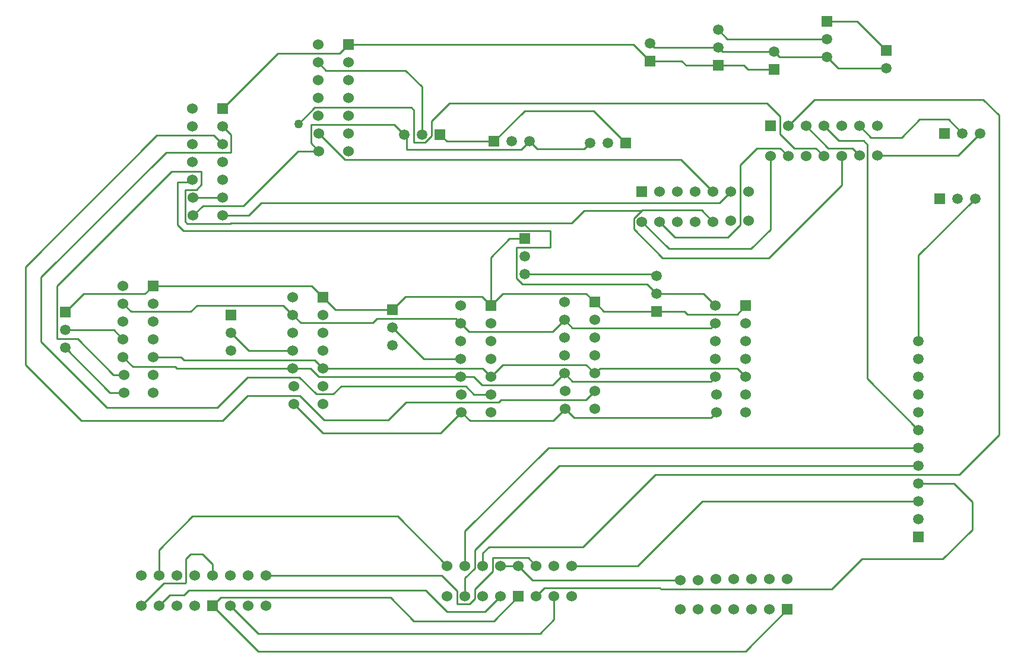
<source format=gbl>
G04*
G04 #@! TF.GenerationSoftware,Altium Limited,Altium Designer,18.0.7 (293)*
G04*
G04 Layer_Physical_Order=2*
G04 Layer_Color=16711680*
%FSLAX25Y25*%
%MOIN*%
G70*
G01*
G75*
%ADD11C,0.01000*%
%ADD19R,0.05906X0.05906*%
%ADD20C,0.05906*%
%ADD21C,0.06000*%
%ADD22R,0.06000X0.06000*%
%ADD23R,0.05906X0.05906*%
%ADD24R,0.06000X0.06000*%
%ADD25C,0.05000*%
D11*
X637796Y411758D02*
X654047D01*
X627690Y401651D02*
X637796Y411758D01*
X610391Y401651D02*
X627690D01*
X603948Y408094D02*
X610391Y401651D01*
X654047Y411758D02*
X661850Y403954D01*
X450454Y254194D02*
X455309Y259049D01*
X402894Y254194D02*
X450454D01*
X401500Y252800D02*
X402894Y254194D01*
X432160Y242400D02*
X438809Y249049D01*
X349343Y252800D02*
X401500D01*
X339385Y242842D02*
X349343Y252800D01*
X303438Y242842D02*
X339385D01*
X289780Y256500D02*
X303438Y242842D01*
X260470Y256500D02*
X289780D01*
X368779Y235618D02*
X380466Y247305D01*
X302650Y235618D02*
X368779D01*
X286336Y251932D02*
X302650Y235618D01*
X298214Y276554D02*
X302836Y271932D01*
X224686Y276554D02*
X298214D01*
X222911Y278329D02*
X224686Y276554D01*
X220668Y271932D02*
X285836D01*
X219771Y272829D02*
X220668Y271932D01*
X260516Y267000D02*
X289500D01*
X243410Y249894D02*
X260516Y267000D01*
X181506Y249894D02*
X243410D01*
X144553Y286847D02*
X181506Y249894D01*
X254985Y349300D02*
X430423D01*
Y339800D02*
Y349300D01*
X411477Y339800D02*
X430423D01*
X489121Y324770D02*
X489936Y323956D01*
X415930Y324770D02*
X489121D01*
X481760Y360560D02*
X481950Y360750D01*
X477300Y356100D02*
X481760Y360560D01*
X449560D02*
X481760D01*
X442500Y353500D02*
X449560Y360560D01*
X515434Y360750D02*
X521898Y354286D01*
X481950Y360750D02*
X515434D01*
X637194Y207343D02*
X656905D01*
X667291Y196957D01*
X650810Y164827D02*
X667291Y181308D01*
Y196957D01*
X605327Y164827D02*
X650810D01*
X435387Y217343D02*
X637194D01*
X388044Y170000D02*
X435387Y217343D01*
X429367Y227343D02*
X637194D01*
X382544Y180520D02*
X429367Y227343D01*
X382544Y160871D02*
Y180520D01*
X224635Y144499D02*
X227318Y147182D01*
X216744Y144499D02*
X224635D01*
X210777Y138532D02*
X216744Y144499D01*
X227318Y147182D02*
X360330D01*
X372291Y135221D01*
X245277Y143032D02*
X340676D01*
X240777Y138532D02*
X245277Y143032D01*
X340676D02*
X353723Y129985D01*
X250777Y138532D02*
X266348Y122961D01*
X240777Y138532D02*
X266345Y112964D01*
X492000Y148400D02*
X492400Y148000D01*
X588500D01*
X353723Y129985D02*
X398658D01*
X412544Y143871D01*
X432544Y130821D02*
Y143871D01*
X424684Y122961D02*
X432544Y130821D01*
X266348Y122961D02*
X424684D01*
X539932Y112964D02*
X563339Y136371D01*
X266345Y112964D02*
X539932D01*
X240777Y155532D02*
Y161822D01*
X234966Y167633D02*
X240777Y161822D01*
X228439Y167633D02*
X234966D01*
X225800Y164994D02*
X228439Y167633D01*
X479419Y160871D02*
X515891Y197343D01*
X442544Y160871D02*
X479419D01*
X515891Y197343D02*
X637194D01*
X682369Y234669D02*
Y414084D01*
X673443Y423011D02*
X682369Y414084D01*
X578865Y423011D02*
X673443D01*
X563948Y408094D02*
X578865Y423011D01*
X660000Y212300D02*
X682369Y234669D01*
X144553Y323228D02*
X214625Y393300D01*
X144553Y286847D02*
Y323228D01*
X214625Y393300D02*
X250900D01*
X246349Y242379D02*
X260470Y256500D01*
X167128Y242379D02*
X246349D01*
X135595Y273912D02*
X167128Y242379D01*
X135595Y273912D02*
Y328995D01*
X209500Y402900D01*
X288900Y409300D02*
X298000Y418400D01*
X438309Y269049D02*
X442858Y264500D01*
X520636D01*
X523201Y267064D01*
X379966Y267305D02*
X387495D01*
X392200Y262600D01*
X431860D01*
X438309Y269049D01*
X438809Y249049D02*
X443758Y244100D01*
X520736D01*
X523701Y247064D01*
X380466Y247305D02*
X385371Y242400D01*
X432160D01*
X157996Y283461D02*
X183129Y258329D01*
X190923D01*
X488724Y452079D02*
X524626D01*
X486235Y454567D02*
X488724Y452079D01*
X592143Y440417D02*
X619118D01*
X585680Y446880D02*
X592143Y440417D01*
X526938Y449766D02*
X556078D01*
X524626Y452079D02*
X526938Y449766D01*
X558964Y446880D02*
X585680D01*
X556078Y449766D02*
X558964Y446880D01*
X311965Y448900D02*
X316954Y453889D01*
X277376Y448900D02*
X311965D01*
X246335Y417860D02*
X277376Y448900D01*
X489936Y303956D02*
X505600D01*
X507456Y302100D01*
X535236D01*
X540201Y307064D01*
X460402Y303956D02*
X489936D01*
X455309Y309049D02*
X460402Y303956D01*
X450358Y314000D02*
X455309Y309049D01*
X403661Y314000D02*
X450358D01*
X396966Y307305D02*
X403661Y314000D01*
X391971Y312300D02*
X396966Y307305D01*
X349146Y312300D02*
X391971D01*
X341749Y304902D02*
X349146Y312300D01*
X309866Y304902D02*
X341749D01*
X302836Y311932D02*
X309866Y304902D01*
X529825Y456880D02*
X585680D01*
X524626Y462079D02*
X529825Y456880D01*
X157996Y293461D02*
X185290D01*
X190423Y288329D01*
X261042Y281932D02*
X285836D01*
X250953Y292020D02*
X261042Y281932D01*
X489936Y313956D02*
X516309D01*
X523201Y307064D01*
X280418Y307350D02*
X285836Y301932D01*
X231950Y307350D02*
X280418D01*
X228400Y303800D02*
X231950Y307350D01*
X194952Y303800D02*
X228400D01*
X190423Y308329D02*
X194952Y303800D01*
X438309Y299049D02*
X442858Y294500D01*
X520636D01*
X523201Y297064D01*
X392339Y271932D02*
X396966Y267305D01*
X302836Y271932D02*
X392339D01*
X535265Y272000D02*
X540201Y267064D01*
X458260Y272000D02*
X535265D01*
X455309Y269049D02*
X458260Y272000D01*
X450358Y274000D02*
X455309Y269049D01*
X403661Y274000D02*
X450358D01*
X396966Y267305D02*
X403661Y274000D01*
X270777Y155532D02*
X369368D01*
X378000Y146900D01*
Y139371D02*
Y146900D01*
Y139371D02*
X385000D01*
X388000Y142371D01*
Y147800D01*
X398000Y157800D01*
Y165400D01*
X418015D01*
X422544Y160871D01*
X372291Y135221D02*
X393894D01*
X402544Y143871D01*
X298000Y418400D02*
X352296D01*
X353896Y416800D01*
Y398900D02*
Y416800D01*
Y398900D02*
X360200D01*
X363800Y402500D01*
Y411000D01*
X373600Y420800D01*
X552200D01*
X559400Y413600D01*
Y403600D02*
Y413600D01*
Y403600D02*
X567400Y395600D01*
X579442D01*
X583948Y391094D01*
X382544Y143871D02*
Y154100D01*
X388044Y159600D01*
Y170000D01*
X392544Y160871D02*
Y168100D01*
X396044Y171600D01*
X448800D01*
X489500Y212300D01*
X660000D01*
X250940Y353500D02*
X442500D01*
X250800Y353360D02*
X250940Y353500D01*
X226476Y353360D02*
X250800D01*
X225335Y354500D02*
X226476Y353360D01*
X225335Y354500D02*
Y372360D01*
X231594D01*
X234400Y375165D01*
Y382400D01*
X217700D02*
X234400D01*
X153500Y318200D02*
X217700Y382400D01*
X153500Y288500D02*
Y318200D01*
Y288500D02*
X165000D01*
X185171Y268329D01*
X190923D01*
X583948Y408094D02*
X592298Y399744D01*
X606253D01*
X608500Y397497D01*
Y266037D02*
Y397497D01*
Y266037D02*
X637194Y237343D01*
X573948Y408094D02*
X586448Y395594D01*
X599948D01*
X603948Y391594D01*
X246335Y357860D02*
X261060D01*
X268100Y364900D01*
X525512D01*
X531898Y371286D01*
X637194Y287343D02*
Y335482D01*
X669000Y367289D01*
X503884Y389300D02*
X521898Y371286D01*
X315043Y389300D02*
X503884D01*
X300454Y403889D02*
X315043Y389300D01*
X477300Y350100D02*
Y356100D01*
Y350100D02*
X493446Y333954D01*
X552954D01*
X593948Y374948D01*
Y391094D01*
X210777Y155532D02*
Y170000D01*
X229553Y188777D01*
X344638D01*
X372544Y160871D01*
X372312Y399389D02*
X398764D01*
X368349Y403352D02*
X372312Y399389D01*
X295900Y398443D02*
X300454Y393889D01*
X295900Y398443D02*
Y408900D01*
X342801D01*
X348349Y403352D01*
X349747Y401955D01*
Y400640D02*
Y401955D01*
X349746Y400640D02*
X349747D01*
X349746Y394750D02*
Y400640D01*
Y394750D02*
X414125D01*
X418764Y399389D01*
X285836Y271932D02*
X295654D01*
X300281Y267305D01*
X379966D01*
X195923Y272829D02*
X219771D01*
X190423Y278329D02*
X195923Y272829D01*
X241295Y402900D02*
X246335Y397860D01*
X209500Y402900D02*
X241295D01*
X387500Y257305D02*
X396966D01*
X382905Y261900D02*
X387500Y257305D01*
X313000Y261900D02*
X382905D01*
X308532Y257432D02*
X313000Y261900D01*
X299068Y257432D02*
X308532D01*
X289500Y267000D02*
X299068Y257432D01*
X250900Y393300D02*
Y403295D01*
X246335Y407860D02*
X250900Y403295D01*
X476913Y453889D02*
X486235Y444567D01*
X316954Y453889D02*
X476913D01*
X398764Y399389D02*
X415975Y416600D01*
X454878D01*
X472809Y398669D01*
X559442Y395600D02*
X563948Y391094D01*
X546400Y395600D02*
X559442D01*
X536900Y386100D02*
X546400Y395600D01*
X536900Y352536D02*
Y386100D01*
X530000Y345636D02*
X536900Y352536D01*
X500548Y345636D02*
X530000D01*
X491898Y354286D02*
X500548Y345636D01*
X379966Y297305D02*
X384871Y292400D01*
X431660D01*
X438309Y299049D01*
X407562Y344770D02*
X415930D01*
X396966Y334174D02*
X407562Y344770D01*
X396966Y307305D02*
Y334174D01*
X229835Y357860D02*
X235276Y363300D01*
X258200D01*
X288789Y393889D01*
X300454D01*
X227985Y376509D02*
X229335Y377860D01*
X221186Y376509D02*
X227985D01*
X221186Y352500D02*
Y376509D01*
Y352500D02*
X224508Y349177D01*
X254862D01*
X254985Y349300D01*
X411477Y322500D02*
Y339800D01*
Y322500D02*
X414677Y319300D01*
X484592D01*
X489936Y313956D01*
X553948Y350000D02*
Y391094D01*
X543048Y339100D02*
X553948Y350000D01*
X497084Y339100D02*
X543048D01*
X481898Y354286D02*
X497084Y339100D01*
X359346Y277305D02*
X379966D01*
X341749Y294902D02*
X359346Y277305D01*
X588500Y148000D02*
X605327Y164827D01*
X427073Y148400D02*
X492000D01*
X422544Y143871D02*
X427073Y148400D01*
X285836Y301932D02*
X290368Y297400D01*
X330600D01*
X333100Y299900D01*
X377371D01*
X379966Y297305D01*
X412544Y160871D02*
X420544Y152871D01*
X503339D01*
X207423Y318329D02*
X296439D01*
X302836Y311932D01*
X299954Y443889D02*
X304543Y439300D01*
X349100D01*
X358349Y430051D01*
Y403352D02*
Y430051D01*
X585680Y466880D02*
X602655D01*
X619118Y450417D01*
X200777Y138532D02*
X213277Y151032D01*
X225300D01*
X225800Y151532D01*
Y164994D01*
X202894Y313800D02*
X207423Y318329D01*
X168335Y313800D02*
X202894D01*
X157996Y303461D02*
X168335Y313800D01*
X659490Y391594D02*
X671850Y403954D01*
X613948Y391594D02*
X659490D01*
X207423Y278329D02*
X222911D01*
X449380Y395240D02*
X452809Y398669D01*
X422914Y395240D02*
X449380D01*
X418764Y399389D02*
X422914Y395240D01*
X402544Y160871D02*
X412544D01*
X506588Y442079D02*
X524626D01*
X504100Y444567D02*
X506588Y442079D01*
X486235Y444567D02*
X504100D01*
X541413Y439766D02*
X556078D01*
X539100Y442079D02*
X541413Y439766D01*
X524626Y442079D02*
X539100D01*
X229835Y367860D02*
X246335D01*
D19*
X486235Y444567D02*
D03*
X489936Y303956D02*
D03*
X637194Y177343D02*
D03*
X585680Y466880D02*
D03*
X556078Y439766D02*
D03*
X524626Y442079D02*
D03*
X619118Y450417D02*
D03*
X415930Y344770D02*
D03*
X341749Y304902D02*
D03*
X250953Y302020D02*
D03*
X157996Y303461D02*
D03*
D20*
X486235Y454567D02*
D03*
X489936Y323956D02*
D03*
Y313956D02*
D03*
X637194Y287343D02*
D03*
Y277343D02*
D03*
Y267343D02*
D03*
Y257343D02*
D03*
Y247343D02*
D03*
Y237343D02*
D03*
Y227343D02*
D03*
Y217343D02*
D03*
Y207343D02*
D03*
Y197343D02*
D03*
Y187343D02*
D03*
X659000Y367289D02*
D03*
X669000D02*
D03*
X661850Y403954D02*
D03*
X671850D02*
D03*
X452809Y398669D02*
D03*
X462809D02*
D03*
X585680Y456880D02*
D03*
Y446880D02*
D03*
X556078Y449766D02*
D03*
X524626Y462079D02*
D03*
Y452079D02*
D03*
X619118Y440417D02*
D03*
X408764Y399389D02*
D03*
X418764D02*
D03*
X358349Y403352D02*
D03*
X348349D02*
D03*
X415930Y334770D02*
D03*
Y324770D02*
D03*
X341749Y294902D02*
D03*
Y284902D02*
D03*
X250953Y292020D02*
D03*
Y282020D02*
D03*
X157996Y293461D02*
D03*
Y283461D02*
D03*
D21*
X300454Y393889D02*
D03*
Y403889D02*
D03*
X299954Y413889D02*
D03*
Y423889D02*
D03*
Y433889D02*
D03*
Y443889D02*
D03*
Y453889D02*
D03*
X316954Y443889D02*
D03*
Y433889D02*
D03*
Y423889D02*
D03*
Y413889D02*
D03*
Y403889D02*
D03*
Y393889D02*
D03*
X229835Y357860D02*
D03*
Y367860D02*
D03*
X229335Y377860D02*
D03*
Y387860D02*
D03*
Y397860D02*
D03*
Y407860D02*
D03*
Y417860D02*
D03*
X246335Y407860D02*
D03*
Y397860D02*
D03*
Y387860D02*
D03*
Y377860D02*
D03*
Y367860D02*
D03*
Y357860D02*
D03*
X372544Y160871D02*
D03*
X442544D02*
D03*
X432544D02*
D03*
X422544D02*
D03*
X412544D02*
D03*
X402544D02*
D03*
X392544D02*
D03*
X382544D02*
D03*
X442544Y143871D02*
D03*
X432544D02*
D03*
X422544D02*
D03*
X402544D02*
D03*
X392544D02*
D03*
X372544D02*
D03*
X382544D02*
D03*
X200777Y155532D02*
D03*
X270777D02*
D03*
X260777D02*
D03*
X250777D02*
D03*
X240777D02*
D03*
X230777D02*
D03*
X220777D02*
D03*
X210777D02*
D03*
X270777Y138532D02*
D03*
X260777D02*
D03*
X250777D02*
D03*
X230777D02*
D03*
X220777D02*
D03*
X200777D02*
D03*
X210777D02*
D03*
X613948Y391594D02*
D03*
X603948D02*
D03*
X593948Y391094D02*
D03*
X583948D02*
D03*
X573948D02*
D03*
X563948D02*
D03*
X553948D02*
D03*
X563948Y408094D02*
D03*
X573948D02*
D03*
X583948D02*
D03*
X593948D02*
D03*
X603948D02*
D03*
X613948D02*
D03*
X541898Y354786D02*
D03*
X531898D02*
D03*
X521898Y354286D02*
D03*
X511898D02*
D03*
X501898D02*
D03*
X491898D02*
D03*
X481898D02*
D03*
X491898Y371286D02*
D03*
X501898D02*
D03*
X511898D02*
D03*
X521898D02*
D03*
X531898D02*
D03*
X541898D02*
D03*
X503339Y152871D02*
D03*
X513339D02*
D03*
X523339Y153371D02*
D03*
X533339D02*
D03*
X543339D02*
D03*
X553339D02*
D03*
X563339D02*
D03*
X553339Y136371D02*
D03*
X543339D02*
D03*
X533339D02*
D03*
X523339D02*
D03*
X513339D02*
D03*
X503339D02*
D03*
X190923Y258329D02*
D03*
Y268329D02*
D03*
X190423Y278329D02*
D03*
Y288329D02*
D03*
Y298329D02*
D03*
Y308329D02*
D03*
Y318329D02*
D03*
X207423Y308329D02*
D03*
Y298329D02*
D03*
Y288329D02*
D03*
Y278329D02*
D03*
Y268329D02*
D03*
Y258329D02*
D03*
X380466Y247305D02*
D03*
Y257305D02*
D03*
X379966Y267305D02*
D03*
Y277305D02*
D03*
Y287305D02*
D03*
Y297305D02*
D03*
Y307305D02*
D03*
X396966Y297305D02*
D03*
Y287305D02*
D03*
Y277305D02*
D03*
Y267305D02*
D03*
Y257305D02*
D03*
Y247305D02*
D03*
X286336Y251932D02*
D03*
Y261932D02*
D03*
X285836Y271932D02*
D03*
Y281932D02*
D03*
Y291932D02*
D03*
Y301932D02*
D03*
Y311932D02*
D03*
X302836Y301932D02*
D03*
Y291932D02*
D03*
Y281932D02*
D03*
Y271932D02*
D03*
Y261932D02*
D03*
Y251932D02*
D03*
X438809Y249049D02*
D03*
Y259049D02*
D03*
X438309Y269049D02*
D03*
Y279049D02*
D03*
Y289049D02*
D03*
Y299049D02*
D03*
Y309049D02*
D03*
X455309Y299049D02*
D03*
Y289049D02*
D03*
Y279049D02*
D03*
Y269049D02*
D03*
Y259049D02*
D03*
Y249049D02*
D03*
X523701Y247064D02*
D03*
Y257064D02*
D03*
X523201Y267064D02*
D03*
Y277064D02*
D03*
Y287064D02*
D03*
Y297064D02*
D03*
Y307064D02*
D03*
X540201Y297064D02*
D03*
Y287064D02*
D03*
Y277064D02*
D03*
Y267064D02*
D03*
Y257064D02*
D03*
Y247064D02*
D03*
D22*
X316954Y453889D02*
D03*
X246335Y417860D02*
D03*
X207423Y318329D02*
D03*
X396966Y307305D02*
D03*
X302836Y311932D02*
D03*
X455309Y309049D02*
D03*
X540201Y307064D02*
D03*
D23*
X649000Y367289D02*
D03*
X651850Y403954D02*
D03*
X472809Y398669D02*
D03*
X398764Y399389D02*
D03*
X368349Y403352D02*
D03*
D24*
X412544Y143871D02*
D03*
X240777Y138532D02*
D03*
X553948Y408094D02*
D03*
X481898Y371286D02*
D03*
X563339Y136371D02*
D03*
D25*
X288900Y409300D02*
D03*
M02*

</source>
